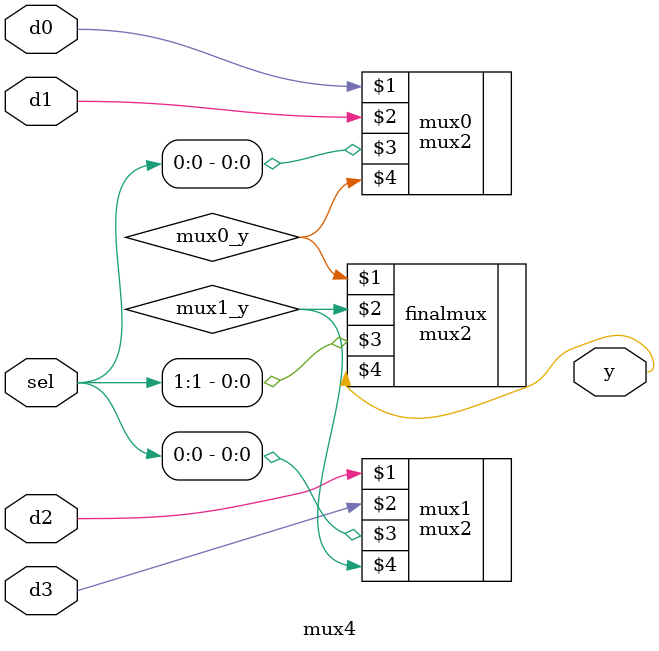
<source format=sv>
module mux4(
    input logic d0, d1, d2, d3,
    input logic [1:0] sel,
    output logic y
);
	logic mux0_y, mux1_y;
    mux2 mux0(d0, d1, sel[0], mux0_y);
    mux2 mux1(d2, d3, sel[0], mux1_y);
    mux2 finalmux(mux0_y, mux1_y, sel[1], y);
endmodule

</source>
